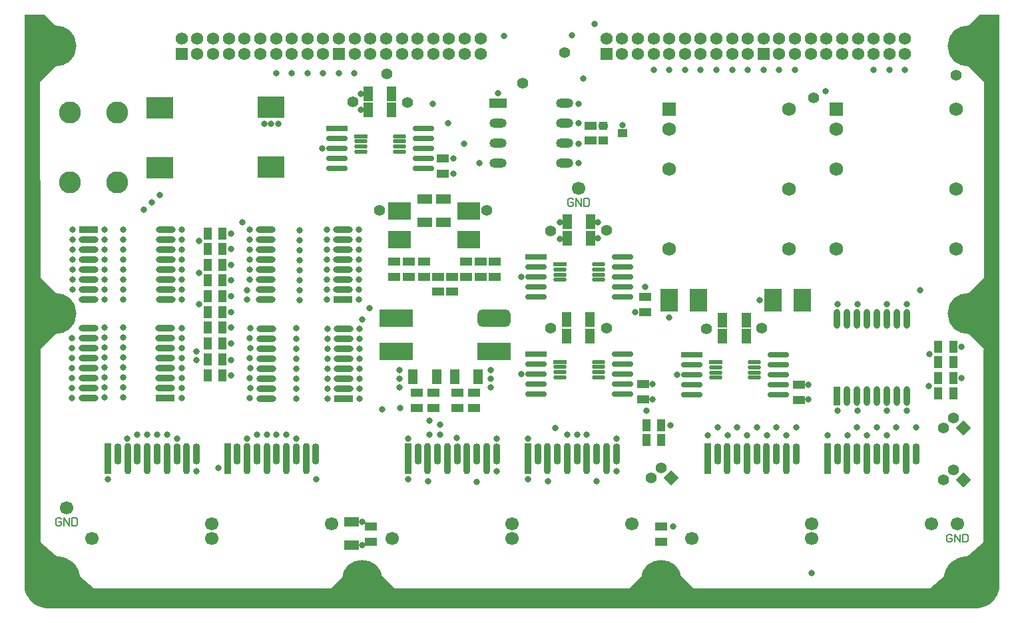
<source format=gts>
G04*
G04 #@! TF.GenerationSoftware,Altium Limited,Altium Designer,20.1.11 (218)*
G04*
G04 Layer_Color=8388736*
%FSAX42Y42*%
%MOMM*%
G71*
G04*
G04 #@! TF.SameCoordinates,D071A55E-5AEF-410E-9220-4307AC36CE94*
G04*
G04*
G04 #@! TF.FilePolarity,Negative*
G04*
G01*
G75*
%ADD10C,0.20*%
%ADD19O,2.20X1.20*%
%ADD20R,2.20X1.20*%
%ADD21O,0.90X2.49*%
%ADD22R,0.90X2.49*%
%ADD23R,3.00X2.20*%
%ADD24R,1.90X1.20*%
%ADD25R,3.40X2.80*%
%ADD26R,1.50X1.00*%
%ADD27O,2.49X0.90*%
%ADD28R,2.49X0.90*%
%ADD29O,0.90X2.70*%
%ADD30O,0.90X4.00*%
%ADD31R,0.90X4.00*%
%ADD32R,1.20X1.90*%
%ADD33R,1.00X1.50*%
%ADD34O,2.74X0.76*%
%ADD35R,2.74X0.76*%
%ADD36R,1.70X0.58*%
%ADD37O,1.70X0.58*%
%ADD38R,2.20X3.00*%
G04:AMPARAMS|DCode=39|XSize=2.2mm|YSize=4.2mm|CornerRadius=0.6mm|HoleSize=0mm|Usage=FLASHONLY|Rotation=270.000|XOffset=0mm|YOffset=0mm|HoleType=Round|Shape=RoundedRectangle|*
%AMROUNDEDRECTD39*
21,1,2.20,3.00,0,0,270.0*
21,1,1.00,4.20,0,0,270.0*
1,1,1.20,-1.50,-0.50*
1,1,1.20,-1.50,0.50*
1,1,1.20,1.50,0.50*
1,1,1.20,1.50,-0.50*
%
%ADD39ROUNDEDRECTD39*%
%ADD40R,4.20X2.20*%
G04:AMPARAMS|DCode=41|XSize=1.1mm|YSize=1.15mm|CornerRadius=0.33mm|HoleSize=0mm|Usage=FLASHONLY|Rotation=270.000|XOffset=0mm|YOffset=0mm|HoleType=Round|Shape=RoundedRectangle|*
%AMROUNDEDRECTD41*
21,1,1.10,0.50,0,0,270.0*
21,1,0.45,1.15,0,0,270.0*
1,1,0.65,-0.25,-0.23*
1,1,0.65,-0.25,0.23*
1,1,0.65,0.25,0.23*
1,1,0.65,0.25,-0.23*
%
%ADD41ROUNDEDRECTD41*%
%ADD42R,1.15X1.10*%
%ADD43R,1.15X1.10*%
%ADD44C,1.57*%
%ADD45R,1.57X1.57*%
%ADD46C,1.70*%
%ADD47R,1.73X1.73*%
%ADD48C,1.73*%
%ADD49C,1.40*%
%ADD50P,1.98X4X270.0*%
%ADD51C,2.80*%
%ADD52C,5.20*%
%ADD53C,6.20*%
%ADD54C,1.70*%
%ADD55C,0.80*%
G36*
X014940Y002841D02*
X014940Y002841D01*
X014940Y002822D01*
X014935Y002783D01*
X014925Y002745D01*
X014910Y002709D01*
X014890Y002675D01*
X014867Y002644D01*
X014839Y002616D01*
X014808Y002592D01*
X014774Y002573D01*
X014738Y002558D01*
X014700Y002548D01*
X014661Y002542D01*
X014642D01*
X002840Y002542D01*
X002840Y002542D01*
X002820Y002542D01*
X002781Y002548D01*
X002743Y002558D01*
X002707Y002573D01*
X002673Y002593D01*
X002642Y002616D01*
X002614Y002644D01*
X002590Y002675D01*
X002570Y002709D01*
X002555Y002746D01*
X002545Y002784D01*
X002540Y002823D01*
X002540Y002842D01*
X002540Y010091D01*
X002797D01*
X002941Y009947D01*
X002941Y009434D01*
X002741Y009233D01*
X002743Y006744D01*
X002941Y006546D01*
X002941Y006038D01*
X002743Y005839D01*
Y003378D01*
X003426Y002791D01*
X006434D01*
X006596Y002954D01*
X007087D01*
X007249Y002791D01*
X010234D01*
X010396Y002954D01*
X010886D01*
X011049Y002791D01*
X014054D01*
X014737Y003378D01*
Y005837D01*
X014740Y005839D01*
X014541Y006038D01*
Y006545D01*
X014742Y006746D01*
Y009238D01*
X014541Y009439D01*
Y009946D01*
X014686Y010091D01*
X014940D01*
Y002841D01*
D02*
G37*
D10*
X014337Y003466D02*
X014320Y003482D01*
X014287D01*
X014270Y003466D01*
Y003399D01*
X014287Y003383D01*
X014320D01*
X014337Y003399D01*
Y003432D01*
X014303D01*
X014370Y003383D02*
Y003482D01*
X014437Y003383D01*
Y003482D01*
X014470D02*
Y003383D01*
X014520D01*
X014537Y003399D01*
Y003466D01*
X014520Y003482D01*
X014470D01*
X003009Y003673D02*
X002992Y003690D01*
X002959D01*
X002942Y003673D01*
Y003607D01*
X002959Y003590D01*
X002992D01*
X003009Y003607D01*
Y003640D01*
X002976D01*
X003042Y003590D02*
Y003690D01*
X003109Y003590D01*
Y003690D01*
X003142D02*
Y003590D01*
X003192D01*
X003209Y003607D01*
Y003673D01*
X003192Y003690D01*
X003142D01*
X009519Y007736D02*
X009502Y007752D01*
X009469D01*
X009453Y007736D01*
Y007669D01*
X009469Y007653D01*
X009502D01*
X009519Y007669D01*
Y007702D01*
X009486D01*
X009552Y007653D02*
Y007752D01*
X009619Y007653D01*
Y007752D01*
X009652D02*
Y007653D01*
X009702D01*
X009719Y007669D01*
Y007736D01*
X009702Y007752D01*
X009652D01*
D19*
X009410Y008456D02*
D03*
Y008202D02*
D03*
Y008710D02*
D03*
Y008964D02*
D03*
X008560Y008202D02*
D03*
Y008456D02*
D03*
Y008710D02*
D03*
D20*
Y008964D02*
D03*
D21*
X013765Y006220D02*
D03*
X013638D02*
D03*
X013511D02*
D03*
X013384D02*
D03*
X013257D02*
D03*
X013130D02*
D03*
X013003D02*
D03*
X012876D02*
D03*
X013765Y005242D02*
D03*
X013638D02*
D03*
X013511D02*
D03*
X013384D02*
D03*
X013257D02*
D03*
X013130D02*
D03*
X013003D02*
D03*
D22*
X012876D02*
D03*
D23*
X008190Y007598D02*
D03*
Y007230D02*
D03*
X007310D02*
D03*
Y007598D02*
D03*
D24*
X007630Y007450D02*
D03*
Y007750D02*
D03*
X007870Y007750D02*
D03*
Y007450D02*
D03*
X006700Y003340D02*
D03*
Y003640D02*
D03*
D25*
X004260Y008910D02*
D03*
Y008148D02*
D03*
X005680Y008912D02*
D03*
Y008150D02*
D03*
D26*
X010640Y003580D02*
D03*
Y003390D02*
D03*
X007860Y008070D02*
D03*
Y008260D02*
D03*
X007620Y006950D02*
D03*
Y006760D02*
D03*
X007430Y006950D02*
D03*
Y006760D02*
D03*
X007240Y006950D02*
D03*
Y006760D02*
D03*
X008520D02*
D03*
Y006950D02*
D03*
X008160Y006760D02*
D03*
Y006950D02*
D03*
X008340Y006760D02*
D03*
Y006950D02*
D03*
X007800Y006760D02*
D03*
Y006570D02*
D03*
X010430Y006500D02*
D03*
Y006310D02*
D03*
X010410Y005390D02*
D03*
Y005200D02*
D03*
X007980Y006760D02*
D03*
Y006570D02*
D03*
X007740Y005280D02*
D03*
Y005090D02*
D03*
X008050Y005090D02*
D03*
Y005280D02*
D03*
X007530D02*
D03*
Y005090D02*
D03*
X008260D02*
D03*
Y005280D02*
D03*
X009740Y008490D02*
D03*
Y008680D02*
D03*
X012392Y005192D02*
D03*
Y005382D02*
D03*
X006950Y003580D02*
D03*
Y003390D02*
D03*
D27*
X005610Y007358D02*
D03*
Y007231D02*
D03*
Y007104D02*
D03*
Y006977D02*
D03*
Y006850D02*
D03*
Y006723D02*
D03*
Y006596D02*
D03*
Y006469D02*
D03*
X006588Y007358D02*
D03*
Y007231D02*
D03*
Y007104D02*
D03*
Y006977D02*
D03*
Y006850D02*
D03*
Y006723D02*
D03*
Y006596D02*
D03*
X006597Y005337D02*
D03*
Y005464D02*
D03*
Y005591D02*
D03*
Y005718D02*
D03*
Y005845D02*
D03*
Y005972D02*
D03*
Y006099D02*
D03*
X005619Y005210D02*
D03*
Y005337D02*
D03*
Y005464D02*
D03*
Y005591D02*
D03*
Y005718D02*
D03*
Y005845D02*
D03*
Y005972D02*
D03*
Y006099D02*
D03*
X004330Y005345D02*
D03*
Y005472D02*
D03*
Y005599D02*
D03*
Y005726D02*
D03*
Y005853D02*
D03*
Y005980D02*
D03*
Y006107D02*
D03*
X003352Y005218D02*
D03*
Y005345D02*
D03*
Y005472D02*
D03*
Y005599D02*
D03*
Y005726D02*
D03*
Y005853D02*
D03*
Y005980D02*
D03*
Y006107D02*
D03*
X004338Y006468D02*
D03*
Y006595D02*
D03*
Y006722D02*
D03*
Y006849D02*
D03*
Y006976D02*
D03*
Y007103D02*
D03*
Y007230D02*
D03*
Y007357D02*
D03*
X003360Y006468D02*
D03*
Y006595D02*
D03*
Y006722D02*
D03*
Y006849D02*
D03*
Y006976D02*
D03*
Y007103D02*
D03*
Y007230D02*
D03*
D28*
X006588Y006469D02*
D03*
X006597Y005210D02*
D03*
X004330Y005218D02*
D03*
X003360Y007357D02*
D03*
D29*
X011353Y004506D02*
D03*
X011603D02*
D03*
X011853D02*
D03*
X012103D02*
D03*
X012353D02*
D03*
X009068Y004506D02*
D03*
X009318D02*
D03*
X009568D02*
D03*
X009818D02*
D03*
X010068D02*
D03*
X007543D02*
D03*
X007793D02*
D03*
X008043D02*
D03*
X008293D02*
D03*
X008543D02*
D03*
X012877Y004506D02*
D03*
X013127D02*
D03*
X013377D02*
D03*
X013627D02*
D03*
X013877D02*
D03*
X003728Y004506D02*
D03*
X003978D02*
D03*
X004228D02*
D03*
X004478D02*
D03*
X004728D02*
D03*
X005247D02*
D03*
X005497D02*
D03*
X005747D02*
D03*
X005997D02*
D03*
X006247D02*
D03*
D30*
X011478Y004441D02*
D03*
X011728D02*
D03*
X011978D02*
D03*
X012228D02*
D03*
X009193Y004441D02*
D03*
X009443D02*
D03*
X009693D02*
D03*
X009943D02*
D03*
X007668D02*
D03*
X007918D02*
D03*
X008168D02*
D03*
X008418D02*
D03*
X013002Y004441D02*
D03*
X013252D02*
D03*
X013502D02*
D03*
X013752D02*
D03*
X003853Y004441D02*
D03*
X004103D02*
D03*
X004353D02*
D03*
X004603D02*
D03*
X005372D02*
D03*
X005622D02*
D03*
X005872D02*
D03*
X006122D02*
D03*
D31*
X011228Y004441D02*
D03*
X008943Y004441D02*
D03*
X007419D02*
D03*
X012753Y004441D02*
D03*
X003603Y004441D02*
D03*
X005123D02*
D03*
D32*
X009433Y006211D02*
D03*
X009733D02*
D03*
X007210Y008880D02*
D03*
X006910D02*
D03*
X007210Y009086D02*
D03*
X006910D02*
D03*
X009440Y007456D02*
D03*
X009740D02*
D03*
X009440Y007250D02*
D03*
X009740D02*
D03*
X007480Y005490D02*
D03*
X007780D02*
D03*
X008010D02*
D03*
X008310D02*
D03*
X011718Y006001D02*
D03*
X011418D02*
D03*
X011718Y006207D02*
D03*
X011418D02*
D03*
X009733Y006005D02*
D03*
X009433D02*
D03*
D33*
X010450Y004680D02*
D03*
X010640D02*
D03*
X010450Y004868D02*
D03*
X010640D02*
D03*
X005060Y005500D02*
D03*
X004870D02*
D03*
X005060Y005710D02*
D03*
X004870D02*
D03*
X005060Y005910D02*
D03*
X004870D02*
D03*
X005060Y006110D02*
D03*
X004870D02*
D03*
X005060Y006310D02*
D03*
X004870D02*
D03*
X005060Y006510D02*
D03*
X004870D02*
D03*
X005060Y006710D02*
D03*
X004870D02*
D03*
X005060Y006910D02*
D03*
X004870D02*
D03*
X005060Y007110D02*
D03*
X004870D02*
D03*
Y007310D02*
D03*
X005060D02*
D03*
X014160Y005670D02*
D03*
X014350D02*
D03*
X014160Y005870D02*
D03*
X014350D02*
D03*
X014160Y005270D02*
D03*
X014350D02*
D03*
X014160Y005470D02*
D03*
X014350D02*
D03*
D34*
X007615Y008132D02*
D03*
Y008259D02*
D03*
Y008386D02*
D03*
Y008513D02*
D03*
Y008640D02*
D03*
X006515Y008132D02*
D03*
Y008259D02*
D03*
Y008386D02*
D03*
Y008513D02*
D03*
X009045Y006883D02*
D03*
Y006756D02*
D03*
Y006629D02*
D03*
Y006502D02*
D03*
X010145Y007010D02*
D03*
Y006883D02*
D03*
Y006756D02*
D03*
Y006629D02*
D03*
Y006502D02*
D03*
X012125Y005257D02*
D03*
Y005384D02*
D03*
Y005511D02*
D03*
Y005638D02*
D03*
Y005765D02*
D03*
X011025Y005257D02*
D03*
Y005384D02*
D03*
Y005511D02*
D03*
Y005638D02*
D03*
X010145Y005262D02*
D03*
Y005389D02*
D03*
Y005516D02*
D03*
Y005643D02*
D03*
Y005770D02*
D03*
X009045Y005262D02*
D03*
Y005389D02*
D03*
Y005516D02*
D03*
Y005643D02*
D03*
D35*
X006515Y008640D02*
D03*
X009045Y007010D02*
D03*
X011025Y005765D02*
D03*
X009045Y005770D02*
D03*
D36*
X006820Y008545D02*
D03*
X009350Y006915D02*
D03*
X011330Y005670D02*
D03*
X009350Y005675D02*
D03*
D37*
X006820Y008480D02*
D03*
Y008415D02*
D03*
Y008350D02*
D03*
X007310Y008545D02*
D03*
Y008480D02*
D03*
Y008415D02*
D03*
Y008350D02*
D03*
X009840Y006720D02*
D03*
Y006785D02*
D03*
Y006850D02*
D03*
Y006915D02*
D03*
X009350Y006720D02*
D03*
Y006785D02*
D03*
Y006850D02*
D03*
X011330Y005605D02*
D03*
Y005540D02*
D03*
Y005475D02*
D03*
X011820Y005670D02*
D03*
Y005605D02*
D03*
Y005540D02*
D03*
Y005475D02*
D03*
X009350Y005610D02*
D03*
Y005545D02*
D03*
Y005480D02*
D03*
X009840Y005675D02*
D03*
Y005610D02*
D03*
Y005545D02*
D03*
Y005480D02*
D03*
D38*
X011108Y006460D02*
D03*
X010740D02*
D03*
X012062D02*
D03*
X012430D02*
D03*
D39*
X008510Y006230D02*
D03*
D40*
Y005810D02*
D03*
X007270D02*
D03*
Y006230D02*
D03*
D41*
X009900Y008680D02*
D03*
D42*
X009900Y008490D02*
D03*
D43*
X010150Y008585D02*
D03*
D44*
X012540Y009590D02*
D03*
X012340D02*
D03*
X012740Y009790D02*
D03*
Y009590D02*
D03*
X012540Y009790D02*
D03*
X012340D02*
D03*
X012140D02*
D03*
Y009590D02*
D03*
X011940Y009790D02*
D03*
X012940D02*
D03*
X013140Y009590D02*
D03*
Y009790D02*
D03*
X012940Y009590D02*
D03*
X013340Y009790D02*
D03*
X013540Y009590D02*
D03*
Y009790D02*
D03*
X013340Y009590D02*
D03*
X013740Y009790D02*
D03*
Y009590D02*
D03*
X010540D02*
D03*
X010340D02*
D03*
X010740Y009790D02*
D03*
Y009590D02*
D03*
X010540Y009790D02*
D03*
X010340D02*
D03*
X010140D02*
D03*
Y009590D02*
D03*
X009940Y009790D02*
D03*
X010940D02*
D03*
X011140Y009590D02*
D03*
Y009790D02*
D03*
X010940Y009590D02*
D03*
X011340Y009790D02*
D03*
X011540Y009590D02*
D03*
Y009790D02*
D03*
X011340Y009590D02*
D03*
X011740Y009790D02*
D03*
Y009590D02*
D03*
X007140D02*
D03*
X006940D02*
D03*
X007340Y009790D02*
D03*
Y009590D02*
D03*
X007140Y009790D02*
D03*
X006940D02*
D03*
X006740D02*
D03*
Y009590D02*
D03*
X006540Y009790D02*
D03*
X007540D02*
D03*
X007740Y009590D02*
D03*
Y009790D02*
D03*
X007540Y009590D02*
D03*
X007940Y009790D02*
D03*
X008140Y009590D02*
D03*
Y009790D02*
D03*
X007940Y009590D02*
D03*
X008340Y009790D02*
D03*
Y009590D02*
D03*
X005140D02*
D03*
X004940D02*
D03*
X005340Y009790D02*
D03*
Y009590D02*
D03*
X005140Y009790D02*
D03*
X004940D02*
D03*
X004740D02*
D03*
Y009590D02*
D03*
X004540Y009790D02*
D03*
X005540D02*
D03*
X005740Y009590D02*
D03*
Y009790D02*
D03*
X005540Y009590D02*
D03*
X005940Y009790D02*
D03*
X006140Y009590D02*
D03*
Y009790D02*
D03*
X005940Y009590D02*
D03*
X006340Y009790D02*
D03*
Y009590D02*
D03*
D45*
X011940D02*
D03*
X009940D02*
D03*
X006540D02*
D03*
X004540D02*
D03*
D46*
X012549Y003615D02*
D03*
X011025Y003425D02*
D03*
X010264Y003615D02*
D03*
X008740Y003425D02*
D03*
Y003615D02*
D03*
X007216Y003425D02*
D03*
X014074Y003615D02*
D03*
X012550Y003425D02*
D03*
X004924Y003615D02*
D03*
X003400Y003425D02*
D03*
X006444Y003615D02*
D03*
X004920Y003425D02*
D03*
D47*
X010740Y008888D02*
D03*
X012866D02*
D03*
D48*
X010740Y008634D02*
D03*
Y008126D02*
D03*
Y007110D02*
D03*
X012264D02*
D03*
Y007872D02*
D03*
Y008888D02*
D03*
X012866Y008634D02*
D03*
Y008126D02*
D03*
Y007110D02*
D03*
X014390D02*
D03*
Y007872D02*
D03*
Y008888D02*
D03*
D49*
X010637Y004327D02*
D03*
X010510Y004200D02*
D03*
X014350Y004300D02*
D03*
X014223Y004173D02*
D03*
X014353Y004957D02*
D03*
X014226Y004830D02*
D03*
X007145Y009340D02*
D03*
X008878Y009222D02*
D03*
X009407Y009610D02*
D03*
X012580Y009030D02*
D03*
X014390Y009320D02*
D03*
X006720Y008980D02*
D03*
X007410Y008975D02*
D03*
X009235Y007341D02*
D03*
X009940Y007345D02*
D03*
X009235Y006101D02*
D03*
X009940Y006105D02*
D03*
X011920Y006100D02*
D03*
X011216Y006096D02*
D03*
X008420Y007600D02*
D03*
X007060D02*
D03*
D50*
X010764Y004200D02*
D03*
X014477Y004173D02*
D03*
X014480Y004830D02*
D03*
D51*
X003720Y007961D02*
D03*
Y008850D02*
D03*
X003120Y007960D02*
D03*
Y008849D02*
D03*
D52*
X002941Y009693D02*
D03*
Y006292D02*
D03*
X006840Y002891D02*
D03*
X010640D02*
D03*
X014541Y006292D02*
D03*
Y009693D02*
D03*
D53*
X002941Y002891D02*
D03*
X014541D02*
D03*
D54*
X014402Y003612D02*
D03*
X003075Y003820D02*
D03*
X009585Y007882D02*
D03*
D55*
X013340Y009390D02*
D03*
X013540D02*
D03*
X013740D02*
D03*
X011738Y009388D02*
D03*
X012340Y009393D02*
D03*
X012140Y009390D02*
D03*
X011940D02*
D03*
X012730Y009122D02*
D03*
X005740Y009350D02*
D03*
X005938D02*
D03*
X006140D02*
D03*
X006340D02*
D03*
X006540D02*
D03*
X008643Y009820D02*
D03*
X009788Y009975D02*
D03*
X009503Y009830D02*
D03*
X009645Y009275D02*
D03*
X010150Y008690D02*
D03*
X009590Y008450D02*
D03*
Y008710D02*
D03*
Y008200D02*
D03*
Y008960D02*
D03*
X008560Y009090D02*
D03*
X007730Y008960D02*
D03*
X007930Y008710D02*
D03*
X008130Y008453D02*
D03*
X008330Y008200D02*
D03*
X011540Y009390D02*
D03*
X011340D02*
D03*
X011140D02*
D03*
X010940D02*
D03*
X009350Y007240D02*
D03*
X009833Y007452D02*
D03*
X009836Y007250D02*
D03*
X009347Y007452D02*
D03*
X010540Y009390D02*
D03*
X010740D02*
D03*
X013930Y006590D02*
D03*
X010450Y005050D02*
D03*
X007090Y005070D02*
D03*
X006040Y006590D02*
D03*
X014040Y005370D02*
D03*
X014050Y005770D02*
D03*
X011353Y004840D02*
D03*
X011230Y004740D02*
D03*
X011480D02*
D03*
X011603Y004840D02*
D03*
X011730Y004740D02*
D03*
X012103Y004840D02*
D03*
X012230Y004740D02*
D03*
X011853Y004840D02*
D03*
X011980Y004740D02*
D03*
X012353Y004840D02*
D03*
X011890Y006460D02*
D03*
X010740Y006240D02*
D03*
X006820Y008880D02*
D03*
X006817Y009082D02*
D03*
X007998Y008072D02*
D03*
X007998Y008260D02*
D03*
X006332Y008388D02*
D03*
X010842Y005513D02*
D03*
X008862Y006758D02*
D03*
X008860Y005520D02*
D03*
X010430Y006630D02*
D03*
X012512Y005382D02*
D03*
X010530Y005390D02*
D03*
X014460Y005470D02*
D03*
Y005870D02*
D03*
X010310Y006308D02*
D03*
X012512Y005194D02*
D03*
X010530Y005202D02*
D03*
X010760Y004870D02*
D03*
X010790Y003580D02*
D03*
X012878Y005054D02*
D03*
X013134Y005052D02*
D03*
X013508D02*
D03*
X013762D02*
D03*
Y006410D02*
D03*
X013508D02*
D03*
X013134D02*
D03*
X012878Y006408D02*
D03*
X012550Y002990D02*
D03*
X013877Y004840D02*
D03*
X013627D02*
D03*
X013377D02*
D03*
X013127D02*
D03*
X012755Y004740D02*
D03*
X013005D02*
D03*
X013255D02*
D03*
X013505D02*
D03*
X009820Y004160D02*
D03*
X009200D02*
D03*
X008290Y004150D02*
D03*
X007417Y004699D02*
D03*
X007310Y005570D02*
D03*
Y005460D02*
D03*
Y005350D02*
D03*
X008470D02*
D03*
Y005460D02*
D03*
Y005570D02*
D03*
X006840Y003640D02*
D03*
Y003340D02*
D03*
X007317Y005088D02*
D03*
X007690Y004930D02*
D03*
X009290Y004830D02*
D03*
X007830Y004880D02*
D03*
Y004750D02*
D03*
X007690D02*
D03*
X004730Y005810D02*
D03*
X008040Y004710D02*
D03*
X005590Y008700D02*
D03*
X004260Y007800D02*
D03*
X004060Y007610D02*
D03*
X003800Y006468D02*
D03*
Y005220D02*
D03*
X003558D02*
D03*
X005770Y008700D02*
D03*
X006250Y004180D02*
D03*
X005010Y004330D02*
D03*
X006930Y006360D02*
D03*
X006840Y006210D02*
D03*
X005370Y006590D02*
D03*
Y006470D02*
D03*
X006000Y005969D02*
D03*
Y006100D02*
D03*
X005310Y007450D02*
D03*
X006802Y006099D02*
D03*
X004730Y005700D02*
D03*
X004160Y007700D02*
D03*
X006730Y009350D02*
D03*
X005680Y008700D02*
D03*
X006793Y007231D02*
D03*
Y007104D02*
D03*
Y006723D02*
D03*
Y006469D02*
D03*
X005170Y005910D02*
D03*
X005170Y005500D02*
D03*
X005170Y006710D02*
D03*
X006793Y007358D02*
D03*
Y006977D02*
D03*
Y006850D02*
D03*
Y006596D02*
D03*
X006390Y007226D02*
D03*
Y006972D02*
D03*
Y006845D02*
D03*
Y006591D02*
D03*
X006040Y007224D02*
D03*
Y006970D02*
D03*
Y006843D02*
D03*
Y006462D02*
D03*
X005403Y007228D02*
D03*
Y006974D02*
D03*
X005405Y006847D02*
D03*
X006390Y007353D02*
D03*
Y007099D02*
D03*
Y006718D02*
D03*
Y006464D02*
D03*
X006040Y007351D02*
D03*
Y007097D02*
D03*
Y006716D02*
D03*
X005405Y007101D02*
D03*
Y007355D02*
D03*
X005403Y006720D02*
D03*
X005170Y005700D02*
D03*
X005170Y006110D02*
D03*
Y006310D02*
D03*
Y006510D02*
D03*
X005170Y006910D02*
D03*
Y007110D02*
D03*
X005170Y007310D02*
D03*
X004760Y006410D02*
D03*
X004760Y006810D02*
D03*
Y007210D02*
D03*
X006804Y005972D02*
D03*
Y005718D02*
D03*
X006802Y005845D02*
D03*
X006804Y005464D02*
D03*
X006802Y005591D02*
D03*
X006804Y005210D02*
D03*
X006802Y005337D02*
D03*
X003145Y005345D02*
D03*
X003147Y005218D02*
D03*
X003145Y005599D02*
D03*
X003147Y005472D02*
D03*
X003145Y005853D02*
D03*
X003147Y005726D02*
D03*
Y005980D02*
D03*
X005410Y005338D02*
D03*
X005408Y005211D02*
D03*
X005410Y005592D02*
D03*
X005408Y005465D02*
D03*
X005410Y005846D02*
D03*
X005408Y005719D02*
D03*
X005410Y006100D02*
D03*
X005408Y005973D02*
D03*
X004545Y005345D02*
D03*
X004543Y005218D02*
D03*
X004545Y005599D02*
D03*
X004543Y005472D02*
D03*
X004545Y005853D02*
D03*
X004543Y005726D02*
D03*
X004545Y006107D02*
D03*
X004543Y005980D02*
D03*
X004545Y006593D02*
D03*
X004543Y006466D02*
D03*
X004545Y006847D02*
D03*
X004543Y006720D02*
D03*
X004545Y007101D02*
D03*
X004543Y006974D02*
D03*
X004545Y007355D02*
D03*
X004543Y007228D02*
D03*
X003156Y006591D02*
D03*
X003155Y006722D02*
D03*
Y006849D02*
D03*
Y006976D02*
D03*
Y007103D02*
D03*
Y007230D02*
D03*
X003153Y007357D02*
D03*
X003800Y005349D02*
D03*
Y005476D02*
D03*
Y005603D02*
D03*
Y005730D02*
D03*
Y005857D02*
D03*
Y005984D02*
D03*
Y006111D02*
D03*
X003558Y005347D02*
D03*
Y005474D02*
D03*
Y005601D02*
D03*
Y005728D02*
D03*
Y005855D02*
D03*
Y005982D02*
D03*
Y006109D02*
D03*
X006000Y005842D02*
D03*
Y005715D02*
D03*
Y005588D02*
D03*
Y005461D02*
D03*
Y005334D02*
D03*
Y005207D02*
D03*
X006395Y006098D02*
D03*
Y005971D02*
D03*
Y005844D02*
D03*
Y005717D02*
D03*
Y005590D02*
D03*
Y005463D02*
D03*
Y005336D02*
D03*
Y005209D02*
D03*
X003558Y007357D02*
D03*
Y007230D02*
D03*
Y007103D02*
D03*
Y006976D02*
D03*
Y006849D02*
D03*
Y006722D02*
D03*
Y006595D02*
D03*
Y006468D02*
D03*
X003800Y007359D02*
D03*
Y007232D02*
D03*
Y007105D02*
D03*
Y006978D02*
D03*
Y006851D02*
D03*
Y006724D02*
D03*
Y006597D02*
D03*
X008941Y004699D02*
D03*
X010067Y004699D02*
D03*
X008543D02*
D03*
X009568Y004750D02*
D03*
X009441D02*
D03*
X009691D02*
D03*
X005497D02*
D03*
X005747D02*
D03*
X005621D02*
D03*
X005871D02*
D03*
X004351D02*
D03*
X004101D02*
D03*
X010067Y004280D02*
D03*
X008543D02*
D03*
X008943Y004184D02*
D03*
X007419D02*
D03*
X004228Y004750D02*
D03*
X003978D02*
D03*
X007670Y004153D02*
D03*
X004478Y004700D02*
D03*
X005997D02*
D03*
X005371Y004699D02*
D03*
X003851D02*
D03*
X003600Y004180D02*
D03*
X004727Y004280D02*
D03*
M02*

</source>
